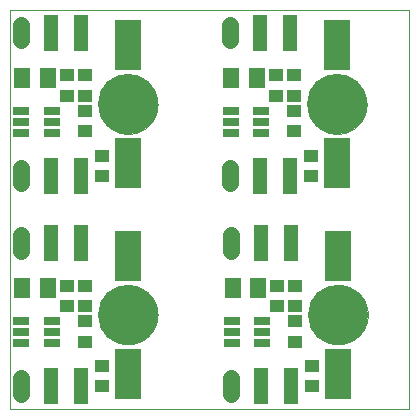
<source format=gts>
G75*
%MOIN*%
%OFA0B0*%
%FSLAX25Y25*%
%IPPOS*%
%LPD*%
%AMOC8*
5,1,8,0,0,1.08239X$1,22.5*
%
%ADD10C,0.00000*%
%ADD11C,0.20085*%
%ADD12R,0.08661X0.16535*%
%ADD13R,0.04731X0.04337*%
%ADD14R,0.05124X0.12211*%
%ADD15C,0.05550*%
%ADD16R,0.05400X0.02600*%
%ADD17R,0.05518X0.06699*%
D10*
X0001310Y0001539D02*
X0134381Y0001539D01*
X0134381Y0134610D01*
X0001310Y0134610D01*
X0001310Y0001539D01*
X0030798Y0032996D02*
X0030801Y0033238D01*
X0030810Y0033479D01*
X0030825Y0033720D01*
X0030845Y0033961D01*
X0030872Y0034201D01*
X0030905Y0034440D01*
X0030943Y0034679D01*
X0030987Y0034916D01*
X0031037Y0035153D01*
X0031093Y0035388D01*
X0031155Y0035621D01*
X0031222Y0035853D01*
X0031295Y0036084D01*
X0031373Y0036312D01*
X0031458Y0036538D01*
X0031547Y0036763D01*
X0031642Y0036985D01*
X0031743Y0037204D01*
X0031849Y0037422D01*
X0031960Y0037636D01*
X0032077Y0037848D01*
X0032198Y0038056D01*
X0032325Y0038262D01*
X0032457Y0038464D01*
X0032594Y0038664D01*
X0032735Y0038859D01*
X0032881Y0039052D01*
X0033032Y0039240D01*
X0033188Y0039425D01*
X0033348Y0039606D01*
X0033512Y0039783D01*
X0033681Y0039956D01*
X0033854Y0040125D01*
X0034031Y0040289D01*
X0034212Y0040449D01*
X0034397Y0040605D01*
X0034585Y0040756D01*
X0034778Y0040902D01*
X0034973Y0041043D01*
X0035173Y0041180D01*
X0035375Y0041312D01*
X0035581Y0041439D01*
X0035789Y0041560D01*
X0036001Y0041677D01*
X0036215Y0041788D01*
X0036433Y0041894D01*
X0036652Y0041995D01*
X0036874Y0042090D01*
X0037099Y0042179D01*
X0037325Y0042264D01*
X0037553Y0042342D01*
X0037784Y0042415D01*
X0038016Y0042482D01*
X0038249Y0042544D01*
X0038484Y0042600D01*
X0038721Y0042650D01*
X0038958Y0042694D01*
X0039197Y0042732D01*
X0039436Y0042765D01*
X0039676Y0042792D01*
X0039917Y0042812D01*
X0040158Y0042827D01*
X0040399Y0042836D01*
X0040641Y0042839D01*
X0040883Y0042836D01*
X0041124Y0042827D01*
X0041365Y0042812D01*
X0041606Y0042792D01*
X0041846Y0042765D01*
X0042085Y0042732D01*
X0042324Y0042694D01*
X0042561Y0042650D01*
X0042798Y0042600D01*
X0043033Y0042544D01*
X0043266Y0042482D01*
X0043498Y0042415D01*
X0043729Y0042342D01*
X0043957Y0042264D01*
X0044183Y0042179D01*
X0044408Y0042090D01*
X0044630Y0041995D01*
X0044849Y0041894D01*
X0045067Y0041788D01*
X0045281Y0041677D01*
X0045493Y0041560D01*
X0045701Y0041439D01*
X0045907Y0041312D01*
X0046109Y0041180D01*
X0046309Y0041043D01*
X0046504Y0040902D01*
X0046697Y0040756D01*
X0046885Y0040605D01*
X0047070Y0040449D01*
X0047251Y0040289D01*
X0047428Y0040125D01*
X0047601Y0039956D01*
X0047770Y0039783D01*
X0047934Y0039606D01*
X0048094Y0039425D01*
X0048250Y0039240D01*
X0048401Y0039052D01*
X0048547Y0038859D01*
X0048688Y0038664D01*
X0048825Y0038464D01*
X0048957Y0038262D01*
X0049084Y0038056D01*
X0049205Y0037848D01*
X0049322Y0037636D01*
X0049433Y0037422D01*
X0049539Y0037204D01*
X0049640Y0036985D01*
X0049735Y0036763D01*
X0049824Y0036538D01*
X0049909Y0036312D01*
X0049987Y0036084D01*
X0050060Y0035853D01*
X0050127Y0035621D01*
X0050189Y0035388D01*
X0050245Y0035153D01*
X0050295Y0034916D01*
X0050339Y0034679D01*
X0050377Y0034440D01*
X0050410Y0034201D01*
X0050437Y0033961D01*
X0050457Y0033720D01*
X0050472Y0033479D01*
X0050481Y0033238D01*
X0050484Y0032996D01*
X0050481Y0032754D01*
X0050472Y0032513D01*
X0050457Y0032272D01*
X0050437Y0032031D01*
X0050410Y0031791D01*
X0050377Y0031552D01*
X0050339Y0031313D01*
X0050295Y0031076D01*
X0050245Y0030839D01*
X0050189Y0030604D01*
X0050127Y0030371D01*
X0050060Y0030139D01*
X0049987Y0029908D01*
X0049909Y0029680D01*
X0049824Y0029454D01*
X0049735Y0029229D01*
X0049640Y0029007D01*
X0049539Y0028788D01*
X0049433Y0028570D01*
X0049322Y0028356D01*
X0049205Y0028144D01*
X0049084Y0027936D01*
X0048957Y0027730D01*
X0048825Y0027528D01*
X0048688Y0027328D01*
X0048547Y0027133D01*
X0048401Y0026940D01*
X0048250Y0026752D01*
X0048094Y0026567D01*
X0047934Y0026386D01*
X0047770Y0026209D01*
X0047601Y0026036D01*
X0047428Y0025867D01*
X0047251Y0025703D01*
X0047070Y0025543D01*
X0046885Y0025387D01*
X0046697Y0025236D01*
X0046504Y0025090D01*
X0046309Y0024949D01*
X0046109Y0024812D01*
X0045907Y0024680D01*
X0045701Y0024553D01*
X0045493Y0024432D01*
X0045281Y0024315D01*
X0045067Y0024204D01*
X0044849Y0024098D01*
X0044630Y0023997D01*
X0044408Y0023902D01*
X0044183Y0023813D01*
X0043957Y0023728D01*
X0043729Y0023650D01*
X0043498Y0023577D01*
X0043266Y0023510D01*
X0043033Y0023448D01*
X0042798Y0023392D01*
X0042561Y0023342D01*
X0042324Y0023298D01*
X0042085Y0023260D01*
X0041846Y0023227D01*
X0041606Y0023200D01*
X0041365Y0023180D01*
X0041124Y0023165D01*
X0040883Y0023156D01*
X0040641Y0023153D01*
X0040399Y0023156D01*
X0040158Y0023165D01*
X0039917Y0023180D01*
X0039676Y0023200D01*
X0039436Y0023227D01*
X0039197Y0023260D01*
X0038958Y0023298D01*
X0038721Y0023342D01*
X0038484Y0023392D01*
X0038249Y0023448D01*
X0038016Y0023510D01*
X0037784Y0023577D01*
X0037553Y0023650D01*
X0037325Y0023728D01*
X0037099Y0023813D01*
X0036874Y0023902D01*
X0036652Y0023997D01*
X0036433Y0024098D01*
X0036215Y0024204D01*
X0036001Y0024315D01*
X0035789Y0024432D01*
X0035581Y0024553D01*
X0035375Y0024680D01*
X0035173Y0024812D01*
X0034973Y0024949D01*
X0034778Y0025090D01*
X0034585Y0025236D01*
X0034397Y0025387D01*
X0034212Y0025543D01*
X0034031Y0025703D01*
X0033854Y0025867D01*
X0033681Y0026036D01*
X0033512Y0026209D01*
X0033348Y0026386D01*
X0033188Y0026567D01*
X0033032Y0026752D01*
X0032881Y0026940D01*
X0032735Y0027133D01*
X0032594Y0027328D01*
X0032457Y0027528D01*
X0032325Y0027730D01*
X0032198Y0027936D01*
X0032077Y0028144D01*
X0031960Y0028356D01*
X0031849Y0028570D01*
X0031743Y0028788D01*
X0031642Y0029007D01*
X0031547Y0029229D01*
X0031458Y0029454D01*
X0031373Y0029680D01*
X0031295Y0029908D01*
X0031222Y0030139D01*
X0031155Y0030371D01*
X0031093Y0030604D01*
X0031037Y0030839D01*
X0030987Y0031076D01*
X0030943Y0031313D01*
X0030905Y0031552D01*
X0030872Y0031791D01*
X0030845Y0032031D01*
X0030825Y0032272D01*
X0030810Y0032513D01*
X0030801Y0032754D01*
X0030798Y0032996D01*
X0030798Y0103075D02*
X0030801Y0103317D01*
X0030810Y0103558D01*
X0030825Y0103799D01*
X0030845Y0104040D01*
X0030872Y0104280D01*
X0030905Y0104519D01*
X0030943Y0104758D01*
X0030987Y0104995D01*
X0031037Y0105232D01*
X0031093Y0105467D01*
X0031155Y0105700D01*
X0031222Y0105932D01*
X0031295Y0106163D01*
X0031373Y0106391D01*
X0031458Y0106617D01*
X0031547Y0106842D01*
X0031642Y0107064D01*
X0031743Y0107283D01*
X0031849Y0107501D01*
X0031960Y0107715D01*
X0032077Y0107927D01*
X0032198Y0108135D01*
X0032325Y0108341D01*
X0032457Y0108543D01*
X0032594Y0108743D01*
X0032735Y0108938D01*
X0032881Y0109131D01*
X0033032Y0109319D01*
X0033188Y0109504D01*
X0033348Y0109685D01*
X0033512Y0109862D01*
X0033681Y0110035D01*
X0033854Y0110204D01*
X0034031Y0110368D01*
X0034212Y0110528D01*
X0034397Y0110684D01*
X0034585Y0110835D01*
X0034778Y0110981D01*
X0034973Y0111122D01*
X0035173Y0111259D01*
X0035375Y0111391D01*
X0035581Y0111518D01*
X0035789Y0111639D01*
X0036001Y0111756D01*
X0036215Y0111867D01*
X0036433Y0111973D01*
X0036652Y0112074D01*
X0036874Y0112169D01*
X0037099Y0112258D01*
X0037325Y0112343D01*
X0037553Y0112421D01*
X0037784Y0112494D01*
X0038016Y0112561D01*
X0038249Y0112623D01*
X0038484Y0112679D01*
X0038721Y0112729D01*
X0038958Y0112773D01*
X0039197Y0112811D01*
X0039436Y0112844D01*
X0039676Y0112871D01*
X0039917Y0112891D01*
X0040158Y0112906D01*
X0040399Y0112915D01*
X0040641Y0112918D01*
X0040883Y0112915D01*
X0041124Y0112906D01*
X0041365Y0112891D01*
X0041606Y0112871D01*
X0041846Y0112844D01*
X0042085Y0112811D01*
X0042324Y0112773D01*
X0042561Y0112729D01*
X0042798Y0112679D01*
X0043033Y0112623D01*
X0043266Y0112561D01*
X0043498Y0112494D01*
X0043729Y0112421D01*
X0043957Y0112343D01*
X0044183Y0112258D01*
X0044408Y0112169D01*
X0044630Y0112074D01*
X0044849Y0111973D01*
X0045067Y0111867D01*
X0045281Y0111756D01*
X0045493Y0111639D01*
X0045701Y0111518D01*
X0045907Y0111391D01*
X0046109Y0111259D01*
X0046309Y0111122D01*
X0046504Y0110981D01*
X0046697Y0110835D01*
X0046885Y0110684D01*
X0047070Y0110528D01*
X0047251Y0110368D01*
X0047428Y0110204D01*
X0047601Y0110035D01*
X0047770Y0109862D01*
X0047934Y0109685D01*
X0048094Y0109504D01*
X0048250Y0109319D01*
X0048401Y0109131D01*
X0048547Y0108938D01*
X0048688Y0108743D01*
X0048825Y0108543D01*
X0048957Y0108341D01*
X0049084Y0108135D01*
X0049205Y0107927D01*
X0049322Y0107715D01*
X0049433Y0107501D01*
X0049539Y0107283D01*
X0049640Y0107064D01*
X0049735Y0106842D01*
X0049824Y0106617D01*
X0049909Y0106391D01*
X0049987Y0106163D01*
X0050060Y0105932D01*
X0050127Y0105700D01*
X0050189Y0105467D01*
X0050245Y0105232D01*
X0050295Y0104995D01*
X0050339Y0104758D01*
X0050377Y0104519D01*
X0050410Y0104280D01*
X0050437Y0104040D01*
X0050457Y0103799D01*
X0050472Y0103558D01*
X0050481Y0103317D01*
X0050484Y0103075D01*
X0050481Y0102833D01*
X0050472Y0102592D01*
X0050457Y0102351D01*
X0050437Y0102110D01*
X0050410Y0101870D01*
X0050377Y0101631D01*
X0050339Y0101392D01*
X0050295Y0101155D01*
X0050245Y0100918D01*
X0050189Y0100683D01*
X0050127Y0100450D01*
X0050060Y0100218D01*
X0049987Y0099987D01*
X0049909Y0099759D01*
X0049824Y0099533D01*
X0049735Y0099308D01*
X0049640Y0099086D01*
X0049539Y0098867D01*
X0049433Y0098649D01*
X0049322Y0098435D01*
X0049205Y0098223D01*
X0049084Y0098015D01*
X0048957Y0097809D01*
X0048825Y0097607D01*
X0048688Y0097407D01*
X0048547Y0097212D01*
X0048401Y0097019D01*
X0048250Y0096831D01*
X0048094Y0096646D01*
X0047934Y0096465D01*
X0047770Y0096288D01*
X0047601Y0096115D01*
X0047428Y0095946D01*
X0047251Y0095782D01*
X0047070Y0095622D01*
X0046885Y0095466D01*
X0046697Y0095315D01*
X0046504Y0095169D01*
X0046309Y0095028D01*
X0046109Y0094891D01*
X0045907Y0094759D01*
X0045701Y0094632D01*
X0045493Y0094511D01*
X0045281Y0094394D01*
X0045067Y0094283D01*
X0044849Y0094177D01*
X0044630Y0094076D01*
X0044408Y0093981D01*
X0044183Y0093892D01*
X0043957Y0093807D01*
X0043729Y0093729D01*
X0043498Y0093656D01*
X0043266Y0093589D01*
X0043033Y0093527D01*
X0042798Y0093471D01*
X0042561Y0093421D01*
X0042324Y0093377D01*
X0042085Y0093339D01*
X0041846Y0093306D01*
X0041606Y0093279D01*
X0041365Y0093259D01*
X0041124Y0093244D01*
X0040883Y0093235D01*
X0040641Y0093232D01*
X0040399Y0093235D01*
X0040158Y0093244D01*
X0039917Y0093259D01*
X0039676Y0093279D01*
X0039436Y0093306D01*
X0039197Y0093339D01*
X0038958Y0093377D01*
X0038721Y0093421D01*
X0038484Y0093471D01*
X0038249Y0093527D01*
X0038016Y0093589D01*
X0037784Y0093656D01*
X0037553Y0093729D01*
X0037325Y0093807D01*
X0037099Y0093892D01*
X0036874Y0093981D01*
X0036652Y0094076D01*
X0036433Y0094177D01*
X0036215Y0094283D01*
X0036001Y0094394D01*
X0035789Y0094511D01*
X0035581Y0094632D01*
X0035375Y0094759D01*
X0035173Y0094891D01*
X0034973Y0095028D01*
X0034778Y0095169D01*
X0034585Y0095315D01*
X0034397Y0095466D01*
X0034212Y0095622D01*
X0034031Y0095782D01*
X0033854Y0095946D01*
X0033681Y0096115D01*
X0033512Y0096288D01*
X0033348Y0096465D01*
X0033188Y0096646D01*
X0033032Y0096831D01*
X0032881Y0097019D01*
X0032735Y0097212D01*
X0032594Y0097407D01*
X0032457Y0097607D01*
X0032325Y0097809D01*
X0032198Y0098015D01*
X0032077Y0098223D01*
X0031960Y0098435D01*
X0031849Y0098649D01*
X0031743Y0098867D01*
X0031642Y0099086D01*
X0031547Y0099308D01*
X0031458Y0099533D01*
X0031373Y0099759D01*
X0031295Y0099987D01*
X0031222Y0100218D01*
X0031155Y0100450D01*
X0031093Y0100683D01*
X0031037Y0100918D01*
X0030987Y0101155D01*
X0030943Y0101392D01*
X0030905Y0101631D01*
X0030872Y0101870D01*
X0030845Y0102110D01*
X0030825Y0102351D01*
X0030810Y0102592D01*
X0030801Y0102833D01*
X0030798Y0103075D01*
X0100483Y0103075D02*
X0100486Y0103317D01*
X0100495Y0103558D01*
X0100510Y0103799D01*
X0100530Y0104040D01*
X0100557Y0104280D01*
X0100590Y0104519D01*
X0100628Y0104758D01*
X0100672Y0104995D01*
X0100722Y0105232D01*
X0100778Y0105467D01*
X0100840Y0105700D01*
X0100907Y0105932D01*
X0100980Y0106163D01*
X0101058Y0106391D01*
X0101143Y0106617D01*
X0101232Y0106842D01*
X0101327Y0107064D01*
X0101428Y0107283D01*
X0101534Y0107501D01*
X0101645Y0107715D01*
X0101762Y0107927D01*
X0101883Y0108135D01*
X0102010Y0108341D01*
X0102142Y0108543D01*
X0102279Y0108743D01*
X0102420Y0108938D01*
X0102566Y0109131D01*
X0102717Y0109319D01*
X0102873Y0109504D01*
X0103033Y0109685D01*
X0103197Y0109862D01*
X0103366Y0110035D01*
X0103539Y0110204D01*
X0103716Y0110368D01*
X0103897Y0110528D01*
X0104082Y0110684D01*
X0104270Y0110835D01*
X0104463Y0110981D01*
X0104658Y0111122D01*
X0104858Y0111259D01*
X0105060Y0111391D01*
X0105266Y0111518D01*
X0105474Y0111639D01*
X0105686Y0111756D01*
X0105900Y0111867D01*
X0106118Y0111973D01*
X0106337Y0112074D01*
X0106559Y0112169D01*
X0106784Y0112258D01*
X0107010Y0112343D01*
X0107238Y0112421D01*
X0107469Y0112494D01*
X0107701Y0112561D01*
X0107934Y0112623D01*
X0108169Y0112679D01*
X0108406Y0112729D01*
X0108643Y0112773D01*
X0108882Y0112811D01*
X0109121Y0112844D01*
X0109361Y0112871D01*
X0109602Y0112891D01*
X0109843Y0112906D01*
X0110084Y0112915D01*
X0110326Y0112918D01*
X0110568Y0112915D01*
X0110809Y0112906D01*
X0111050Y0112891D01*
X0111291Y0112871D01*
X0111531Y0112844D01*
X0111770Y0112811D01*
X0112009Y0112773D01*
X0112246Y0112729D01*
X0112483Y0112679D01*
X0112718Y0112623D01*
X0112951Y0112561D01*
X0113183Y0112494D01*
X0113414Y0112421D01*
X0113642Y0112343D01*
X0113868Y0112258D01*
X0114093Y0112169D01*
X0114315Y0112074D01*
X0114534Y0111973D01*
X0114752Y0111867D01*
X0114966Y0111756D01*
X0115178Y0111639D01*
X0115386Y0111518D01*
X0115592Y0111391D01*
X0115794Y0111259D01*
X0115994Y0111122D01*
X0116189Y0110981D01*
X0116382Y0110835D01*
X0116570Y0110684D01*
X0116755Y0110528D01*
X0116936Y0110368D01*
X0117113Y0110204D01*
X0117286Y0110035D01*
X0117455Y0109862D01*
X0117619Y0109685D01*
X0117779Y0109504D01*
X0117935Y0109319D01*
X0118086Y0109131D01*
X0118232Y0108938D01*
X0118373Y0108743D01*
X0118510Y0108543D01*
X0118642Y0108341D01*
X0118769Y0108135D01*
X0118890Y0107927D01*
X0119007Y0107715D01*
X0119118Y0107501D01*
X0119224Y0107283D01*
X0119325Y0107064D01*
X0119420Y0106842D01*
X0119509Y0106617D01*
X0119594Y0106391D01*
X0119672Y0106163D01*
X0119745Y0105932D01*
X0119812Y0105700D01*
X0119874Y0105467D01*
X0119930Y0105232D01*
X0119980Y0104995D01*
X0120024Y0104758D01*
X0120062Y0104519D01*
X0120095Y0104280D01*
X0120122Y0104040D01*
X0120142Y0103799D01*
X0120157Y0103558D01*
X0120166Y0103317D01*
X0120169Y0103075D01*
X0120166Y0102833D01*
X0120157Y0102592D01*
X0120142Y0102351D01*
X0120122Y0102110D01*
X0120095Y0101870D01*
X0120062Y0101631D01*
X0120024Y0101392D01*
X0119980Y0101155D01*
X0119930Y0100918D01*
X0119874Y0100683D01*
X0119812Y0100450D01*
X0119745Y0100218D01*
X0119672Y0099987D01*
X0119594Y0099759D01*
X0119509Y0099533D01*
X0119420Y0099308D01*
X0119325Y0099086D01*
X0119224Y0098867D01*
X0119118Y0098649D01*
X0119007Y0098435D01*
X0118890Y0098223D01*
X0118769Y0098015D01*
X0118642Y0097809D01*
X0118510Y0097607D01*
X0118373Y0097407D01*
X0118232Y0097212D01*
X0118086Y0097019D01*
X0117935Y0096831D01*
X0117779Y0096646D01*
X0117619Y0096465D01*
X0117455Y0096288D01*
X0117286Y0096115D01*
X0117113Y0095946D01*
X0116936Y0095782D01*
X0116755Y0095622D01*
X0116570Y0095466D01*
X0116382Y0095315D01*
X0116189Y0095169D01*
X0115994Y0095028D01*
X0115794Y0094891D01*
X0115592Y0094759D01*
X0115386Y0094632D01*
X0115178Y0094511D01*
X0114966Y0094394D01*
X0114752Y0094283D01*
X0114534Y0094177D01*
X0114315Y0094076D01*
X0114093Y0093981D01*
X0113868Y0093892D01*
X0113642Y0093807D01*
X0113414Y0093729D01*
X0113183Y0093656D01*
X0112951Y0093589D01*
X0112718Y0093527D01*
X0112483Y0093471D01*
X0112246Y0093421D01*
X0112009Y0093377D01*
X0111770Y0093339D01*
X0111531Y0093306D01*
X0111291Y0093279D01*
X0111050Y0093259D01*
X0110809Y0093244D01*
X0110568Y0093235D01*
X0110326Y0093232D01*
X0110084Y0093235D01*
X0109843Y0093244D01*
X0109602Y0093259D01*
X0109361Y0093279D01*
X0109121Y0093306D01*
X0108882Y0093339D01*
X0108643Y0093377D01*
X0108406Y0093421D01*
X0108169Y0093471D01*
X0107934Y0093527D01*
X0107701Y0093589D01*
X0107469Y0093656D01*
X0107238Y0093729D01*
X0107010Y0093807D01*
X0106784Y0093892D01*
X0106559Y0093981D01*
X0106337Y0094076D01*
X0106118Y0094177D01*
X0105900Y0094283D01*
X0105686Y0094394D01*
X0105474Y0094511D01*
X0105266Y0094632D01*
X0105060Y0094759D01*
X0104858Y0094891D01*
X0104658Y0095028D01*
X0104463Y0095169D01*
X0104270Y0095315D01*
X0104082Y0095466D01*
X0103897Y0095622D01*
X0103716Y0095782D01*
X0103539Y0095946D01*
X0103366Y0096115D01*
X0103197Y0096288D01*
X0103033Y0096465D01*
X0102873Y0096646D01*
X0102717Y0096831D01*
X0102566Y0097019D01*
X0102420Y0097212D01*
X0102279Y0097407D01*
X0102142Y0097607D01*
X0102010Y0097809D01*
X0101883Y0098015D01*
X0101762Y0098223D01*
X0101645Y0098435D01*
X0101534Y0098649D01*
X0101428Y0098867D01*
X0101327Y0099086D01*
X0101232Y0099308D01*
X0101143Y0099533D01*
X0101058Y0099759D01*
X0100980Y0099987D01*
X0100907Y0100218D01*
X0100840Y0100450D01*
X0100778Y0100683D01*
X0100722Y0100918D01*
X0100672Y0101155D01*
X0100628Y0101392D01*
X0100590Y0101631D01*
X0100557Y0101870D01*
X0100530Y0102110D01*
X0100510Y0102351D01*
X0100495Y0102592D01*
X0100486Y0102833D01*
X0100483Y0103075D01*
X0100876Y0032996D02*
X0100879Y0033238D01*
X0100888Y0033479D01*
X0100903Y0033720D01*
X0100923Y0033961D01*
X0100950Y0034201D01*
X0100983Y0034440D01*
X0101021Y0034679D01*
X0101065Y0034916D01*
X0101115Y0035153D01*
X0101171Y0035388D01*
X0101233Y0035621D01*
X0101300Y0035853D01*
X0101373Y0036084D01*
X0101451Y0036312D01*
X0101536Y0036538D01*
X0101625Y0036763D01*
X0101720Y0036985D01*
X0101821Y0037204D01*
X0101927Y0037422D01*
X0102038Y0037636D01*
X0102155Y0037848D01*
X0102276Y0038056D01*
X0102403Y0038262D01*
X0102535Y0038464D01*
X0102672Y0038664D01*
X0102813Y0038859D01*
X0102959Y0039052D01*
X0103110Y0039240D01*
X0103266Y0039425D01*
X0103426Y0039606D01*
X0103590Y0039783D01*
X0103759Y0039956D01*
X0103932Y0040125D01*
X0104109Y0040289D01*
X0104290Y0040449D01*
X0104475Y0040605D01*
X0104663Y0040756D01*
X0104856Y0040902D01*
X0105051Y0041043D01*
X0105251Y0041180D01*
X0105453Y0041312D01*
X0105659Y0041439D01*
X0105867Y0041560D01*
X0106079Y0041677D01*
X0106293Y0041788D01*
X0106511Y0041894D01*
X0106730Y0041995D01*
X0106952Y0042090D01*
X0107177Y0042179D01*
X0107403Y0042264D01*
X0107631Y0042342D01*
X0107862Y0042415D01*
X0108094Y0042482D01*
X0108327Y0042544D01*
X0108562Y0042600D01*
X0108799Y0042650D01*
X0109036Y0042694D01*
X0109275Y0042732D01*
X0109514Y0042765D01*
X0109754Y0042792D01*
X0109995Y0042812D01*
X0110236Y0042827D01*
X0110477Y0042836D01*
X0110719Y0042839D01*
X0110961Y0042836D01*
X0111202Y0042827D01*
X0111443Y0042812D01*
X0111684Y0042792D01*
X0111924Y0042765D01*
X0112163Y0042732D01*
X0112402Y0042694D01*
X0112639Y0042650D01*
X0112876Y0042600D01*
X0113111Y0042544D01*
X0113344Y0042482D01*
X0113576Y0042415D01*
X0113807Y0042342D01*
X0114035Y0042264D01*
X0114261Y0042179D01*
X0114486Y0042090D01*
X0114708Y0041995D01*
X0114927Y0041894D01*
X0115145Y0041788D01*
X0115359Y0041677D01*
X0115571Y0041560D01*
X0115779Y0041439D01*
X0115985Y0041312D01*
X0116187Y0041180D01*
X0116387Y0041043D01*
X0116582Y0040902D01*
X0116775Y0040756D01*
X0116963Y0040605D01*
X0117148Y0040449D01*
X0117329Y0040289D01*
X0117506Y0040125D01*
X0117679Y0039956D01*
X0117848Y0039783D01*
X0118012Y0039606D01*
X0118172Y0039425D01*
X0118328Y0039240D01*
X0118479Y0039052D01*
X0118625Y0038859D01*
X0118766Y0038664D01*
X0118903Y0038464D01*
X0119035Y0038262D01*
X0119162Y0038056D01*
X0119283Y0037848D01*
X0119400Y0037636D01*
X0119511Y0037422D01*
X0119617Y0037204D01*
X0119718Y0036985D01*
X0119813Y0036763D01*
X0119902Y0036538D01*
X0119987Y0036312D01*
X0120065Y0036084D01*
X0120138Y0035853D01*
X0120205Y0035621D01*
X0120267Y0035388D01*
X0120323Y0035153D01*
X0120373Y0034916D01*
X0120417Y0034679D01*
X0120455Y0034440D01*
X0120488Y0034201D01*
X0120515Y0033961D01*
X0120535Y0033720D01*
X0120550Y0033479D01*
X0120559Y0033238D01*
X0120562Y0032996D01*
X0120559Y0032754D01*
X0120550Y0032513D01*
X0120535Y0032272D01*
X0120515Y0032031D01*
X0120488Y0031791D01*
X0120455Y0031552D01*
X0120417Y0031313D01*
X0120373Y0031076D01*
X0120323Y0030839D01*
X0120267Y0030604D01*
X0120205Y0030371D01*
X0120138Y0030139D01*
X0120065Y0029908D01*
X0119987Y0029680D01*
X0119902Y0029454D01*
X0119813Y0029229D01*
X0119718Y0029007D01*
X0119617Y0028788D01*
X0119511Y0028570D01*
X0119400Y0028356D01*
X0119283Y0028144D01*
X0119162Y0027936D01*
X0119035Y0027730D01*
X0118903Y0027528D01*
X0118766Y0027328D01*
X0118625Y0027133D01*
X0118479Y0026940D01*
X0118328Y0026752D01*
X0118172Y0026567D01*
X0118012Y0026386D01*
X0117848Y0026209D01*
X0117679Y0026036D01*
X0117506Y0025867D01*
X0117329Y0025703D01*
X0117148Y0025543D01*
X0116963Y0025387D01*
X0116775Y0025236D01*
X0116582Y0025090D01*
X0116387Y0024949D01*
X0116187Y0024812D01*
X0115985Y0024680D01*
X0115779Y0024553D01*
X0115571Y0024432D01*
X0115359Y0024315D01*
X0115145Y0024204D01*
X0114927Y0024098D01*
X0114708Y0023997D01*
X0114486Y0023902D01*
X0114261Y0023813D01*
X0114035Y0023728D01*
X0113807Y0023650D01*
X0113576Y0023577D01*
X0113344Y0023510D01*
X0113111Y0023448D01*
X0112876Y0023392D01*
X0112639Y0023342D01*
X0112402Y0023298D01*
X0112163Y0023260D01*
X0111924Y0023227D01*
X0111684Y0023200D01*
X0111443Y0023180D01*
X0111202Y0023165D01*
X0110961Y0023156D01*
X0110719Y0023153D01*
X0110477Y0023156D01*
X0110236Y0023165D01*
X0109995Y0023180D01*
X0109754Y0023200D01*
X0109514Y0023227D01*
X0109275Y0023260D01*
X0109036Y0023298D01*
X0108799Y0023342D01*
X0108562Y0023392D01*
X0108327Y0023448D01*
X0108094Y0023510D01*
X0107862Y0023577D01*
X0107631Y0023650D01*
X0107403Y0023728D01*
X0107177Y0023813D01*
X0106952Y0023902D01*
X0106730Y0023997D01*
X0106511Y0024098D01*
X0106293Y0024204D01*
X0106079Y0024315D01*
X0105867Y0024432D01*
X0105659Y0024553D01*
X0105453Y0024680D01*
X0105251Y0024812D01*
X0105051Y0024949D01*
X0104856Y0025090D01*
X0104663Y0025236D01*
X0104475Y0025387D01*
X0104290Y0025543D01*
X0104109Y0025703D01*
X0103932Y0025867D01*
X0103759Y0026036D01*
X0103590Y0026209D01*
X0103426Y0026386D01*
X0103266Y0026567D01*
X0103110Y0026752D01*
X0102959Y0026940D01*
X0102813Y0027133D01*
X0102672Y0027328D01*
X0102535Y0027528D01*
X0102403Y0027730D01*
X0102276Y0027936D01*
X0102155Y0028144D01*
X0102038Y0028356D01*
X0101927Y0028570D01*
X0101821Y0028788D01*
X0101720Y0029007D01*
X0101625Y0029229D01*
X0101536Y0029454D01*
X0101451Y0029680D01*
X0101373Y0029908D01*
X0101300Y0030139D01*
X0101233Y0030371D01*
X0101171Y0030604D01*
X0101115Y0030839D01*
X0101065Y0031076D01*
X0101021Y0031313D01*
X0100983Y0031552D01*
X0100950Y0031791D01*
X0100923Y0032031D01*
X0100903Y0032272D01*
X0100888Y0032513D01*
X0100879Y0032754D01*
X0100876Y0032996D01*
D11*
X0110719Y0032996D03*
X0110326Y0103075D03*
X0040641Y0103075D03*
X0040641Y0032996D03*
D12*
X0040641Y0052681D03*
X0040641Y0083390D03*
X0040641Y0122760D03*
X0110326Y0122760D03*
X0110326Y0083390D03*
X0110719Y0052681D03*
X0110719Y0013311D03*
X0040641Y0013311D03*
D13*
X0031979Y0015870D03*
X0031979Y0009177D03*
X0026231Y0024020D03*
X0026231Y0030713D03*
X0026231Y0035949D03*
X0020286Y0035949D03*
X0020286Y0042642D03*
X0026231Y0042642D03*
X0031979Y0079256D03*
X0031979Y0085949D03*
X0026231Y0094098D03*
X0026231Y0100791D03*
X0026231Y0106028D03*
X0020286Y0106028D03*
X0020286Y0112720D03*
X0026231Y0112720D03*
X0089971Y0112720D03*
X0095916Y0112720D03*
X0095916Y0106028D03*
X0095916Y0100791D03*
X0089971Y0106028D03*
X0095916Y0094098D03*
X0101664Y0085949D03*
X0101664Y0079256D03*
X0096310Y0042642D03*
X0090365Y0042642D03*
X0090365Y0035949D03*
X0096310Y0035949D03*
X0096310Y0030713D03*
X0096310Y0024020D03*
X0102058Y0015870D03*
X0102058Y0009177D03*
D14*
X0095129Y0009217D03*
X0085129Y0009217D03*
X0085129Y0056933D03*
X0095129Y0056933D03*
X0094735Y0079295D03*
X0084735Y0079295D03*
X0084735Y0127012D03*
X0094735Y0127012D03*
X0025050Y0127012D03*
X0015050Y0127012D03*
X0015050Y0079295D03*
X0025050Y0079295D03*
X0025050Y0056933D03*
X0015050Y0056933D03*
X0015050Y0009217D03*
X0025050Y0009217D03*
D15*
X0005050Y0011791D02*
X0005050Y0006642D01*
X0005050Y0054358D02*
X0005050Y0059508D01*
X0005050Y0076720D02*
X0005050Y0081870D01*
X0005050Y0124437D02*
X0005050Y0129587D01*
X0074735Y0129587D02*
X0074735Y0124437D01*
X0074735Y0081870D02*
X0074735Y0076720D01*
X0075129Y0059508D02*
X0075129Y0054358D01*
X0075129Y0011791D02*
X0075129Y0006642D01*
D16*
X0075226Y0023469D03*
X0075226Y0027169D03*
X0075226Y0030869D03*
X0085426Y0030869D03*
X0085426Y0027169D03*
X0085426Y0023469D03*
X0015347Y0023469D03*
X0015347Y0027169D03*
X0015347Y0030869D03*
X0005147Y0030869D03*
X0005147Y0027169D03*
X0005147Y0023469D03*
X0005147Y0093548D03*
X0005147Y0097248D03*
X0005147Y0100948D03*
X0015347Y0100948D03*
X0015347Y0097248D03*
X0015347Y0093548D03*
X0074832Y0093548D03*
X0074832Y0097248D03*
X0074832Y0100948D03*
X0085032Y0100948D03*
X0085032Y0097248D03*
X0085032Y0093548D03*
D17*
X0083751Y0111933D03*
X0075089Y0111933D03*
X0014066Y0111933D03*
X0005404Y0111933D03*
X0005404Y0041854D03*
X0014066Y0041854D03*
X0075483Y0041854D03*
X0084144Y0041854D03*
M02*

</source>
